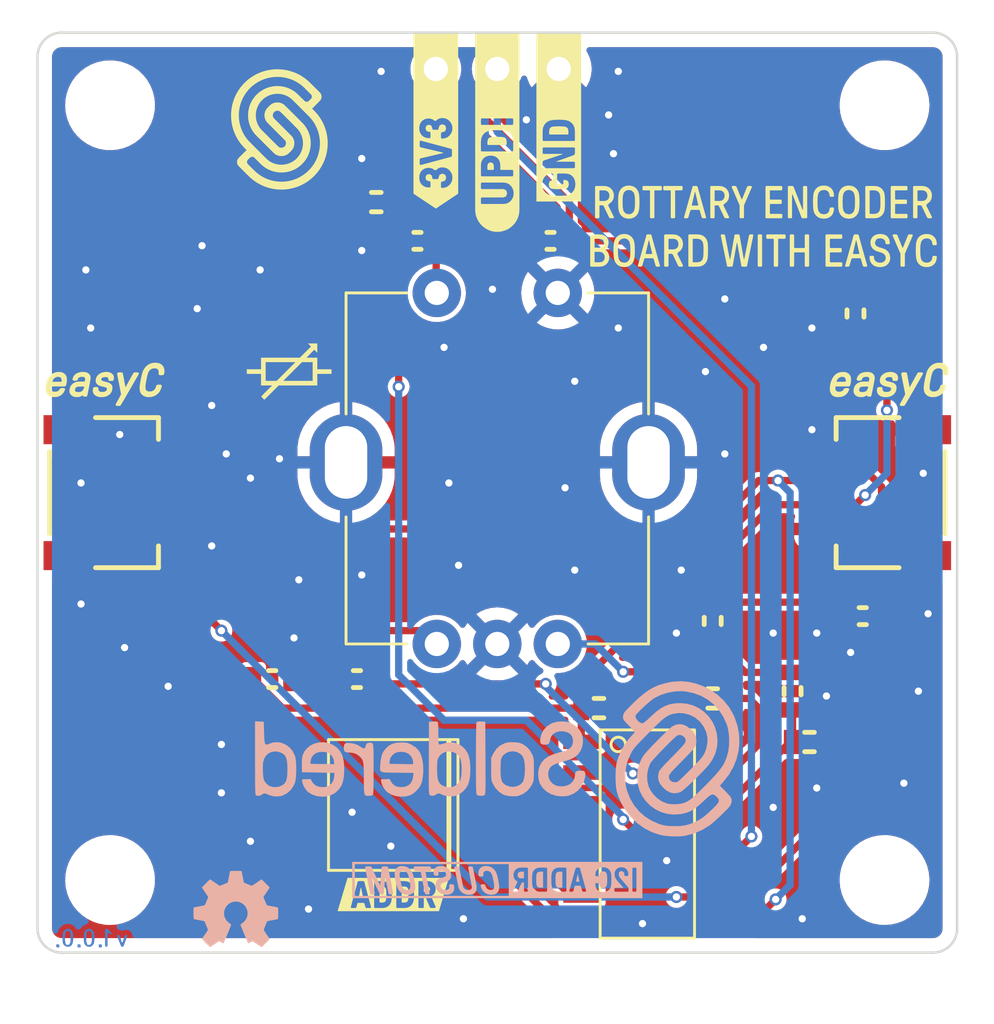
<source format=kicad_pcb>
(kicad_pcb (version 20211014) (generator pcbnew)
  (layers (0 "F.Cu" signal) (31 "B.Cu" signal) (34 "B.Paste" user) (35 "F.Paste" user) (36 "B.SilkS" user "B.Silkscreen") (37 "F.SilkS" user "F.Silkscreen") (38 "B.Mask" user) (39 "F.Mask" user) (44 "Edge.Cuts" user))
  (net 0 "")
  (net 1 "GND")
  (net 2 "A_RC")
  (net 3 "B_RC")
  (net 4 "SW_RC")
  (net 5 "3V3")
  (net 6 "SCL")
  (net 7 "SDA")
  (net 8 "UPDI")
  (net 9 "ADD1")
  (net 10 "ADD2")
  (net 11 "ADD3")
  (net 12 "Net-(R1-Pad1)")
  (net 13 "Net-(R2-Pad1)")
  (net 14 "Net-(R5-Pad1)")
  (footprint "e-radionica.com footprinti:SOIC-14" (layer "F.Cu") (at 173.2 114.1)
    (fp_text reference "U2")
    (fp_text value "ATTINY404-SSNR")
    (pad "1" smd rect (at -2.7 -3.81) (size 1.55 0.6) (layers "F.Cu" "F.Paste" "F.Mask") (net 5 "3V3"))
    (pad "2" smd rect (at -2.7 -2.54) (size 1.55 0.6) (layers "F.Cu" "F.Paste" "F.Mask"))
    (pad "3" smd rect (at -2.7 -1.27) (size 1.55 0.6) (layers "F.Cu" "F.Paste" "F.Mask"))
    (pad "4" smd rect (at -2.7 0) (size 1.55 0.6) (layers "F.Cu" "F.Paste" "F.Mask"))
    (pad "5" smd rect (at -2.7 1.27) (size 1.55 0.6) (layers "F.Cu" "F.Paste" "F.Mask") (net 11 "ADD3"))
    (pad "6" smd rect (at -2.7 2.54) (size 1.55 0.6) (layers "F.Cu" "F.Paste" "F.Mask") (net 10 "ADD2"))
    (pad "7" smd rect (at -2.7 3.81) (size 1.55 0.6) (layers "F.Cu" "F.Paste" "F.Mask") (net 9 "ADD1"))
    (pad "8" smd rect (at 2.7 3.81) (size 1.55 0.6) (layers "F.Cu" "F.Paste" "F.Mask") (net 7 "SDA"))
    (pad "9" smd rect (at 2.7 2.54) (size 1.55 0.6) (layers "F.Cu" "F.Paste" "F.Mask") (net 6 "SCL"))
    (pad "10" smd rect (at 2.7 1.27) (size 1.55 0.6) (layers "F.Cu" "F.Paste" "F.Mask") (net 8 "UPDI"))
    (pad "11" smd rect (at 2.7 0) (size 1.55 0.6) (layers "F.Cu" "F.Paste" "F.Mask") (net 4 "SW_RC"))
    (pad "12" smd rect (at 2.7 -1.27) (size 1.55 0.6) (layers "F.Cu" "F.Paste" "F.Mask") (net 3 "B_RC"))
    (pad "13" smd rect (at 2.7 -2.54) (size 1.55 0.6) (layers "F.Cu" "F.Paste" "F.Mask") (net 2 "A_RC"))
    (pad "14" smd rect (at 2.7 -3.81) (size 1.55 0.6) (layers "F.Cu" "F.Paste" "F.Mask") (net 1 "GND"))
  )
  (footprint "kibuzzard-62A71C63" (layer "F.Cu") (at 178 88)
    (fp_text reference "kibuzzard-62A71C63" hide)
    (fp_text value "G***" hide)
  )
  (footprint "e-radionica.com footprinti:0603C" (layer "F.Cu") (at 171.2 108.9)
    (fp_text reference "C4")
    (fp_text value "100n")
    (pad "1" smd rect locked (at -0.73 0) (size 0.66 1) (layers "F.Cu" "F.Paste" "F.Mask") (net 5 "3V3"))
    (pad "2" smd rect locked (at 0.73 0) (size 0.66 1) (layers "F.Cu" "F.Paste" "F.Mask") (net 1 "GND"))
  )
  (footprint "e-radionica.com footprinti:0603R" (layer "F.Cu") (at 175.9 105.3 90)
    (fp_text reference "R3")
    (fp_text value "10k")
    (pad "1" smd rect locked (at -0.775 0 180) (size 1 0.64) (layers "F.Cu" "F.Paste" "F.Mask") (net 13 "Net-(R2-Pad1)"))
    (pad "2" smd rect locked (at 0.775 0 180) (size 1 0.64) (layers "F.Cu" "F.Paste" "F.Mask") (net 5 "3V3"))
  )
  (footprint "Soldered Graphics:Symbol-Front-Variable-Resistor" (layer "F.Cu") (at 158.4 95)
    (fp_text reference "G***" hide)
    (fp_text value "LOGO" hide)
  )
  (footprint "Soldered Graphics:Logo-Front-Soldered-5mm" (layer "F.Cu") (at 158 85)
    (fp_text reference "G***" hide)
    (fp_text value "LOGO" hide)
  )
  (footprint "e-radionica.com footprinti:easyC-connector" (layer "F.Cu") (at 151.3 100 90)
    (fp_text reference "K3")
    (fp_text value "easyC-SMD")
    (pad "1" smd rect locked (at -1.5 2.15 90) (size 0.6 1.55) (layers "F.Cu" "F.Paste" "F.Mask") (net 6 "SCL"))
    (pad "2" smd rect locked (at -0.5 2.15 90) (size 0.6 1.55) (layers "F.Cu" "F.Paste" "F.Mask") (net 7 "SDA"))
    (pad "3" smd rect locked (at 0.5 2.15 90) (size 0.6 1.55) (layers "F.Cu" "F.Paste" "F.Mask") (net 5 "3V3"))
    (pad "4" smd rect locked (at 1.5 2.15 90) (size 0.6 1.55) (layers "F.Cu" "F.Paste" "F.Mask") (net 1 "GND"))
    (pad "5" smd rect locked (at 2.6 -2.15 90) (size 1.2 1.8) (layers "F.Cu" "F.Paste" "F.Mask") (net 1 "GND"))
    (pad "5" smd rect locked (at -2.6 -2.15 90) (size 1.2 1.8) (layers "F.Cu" "F.Paste" "F.Mask") (net 1 "GND"))
  )
  (footprint "e-radionica.com footprinti:0603R" (layer "F.Cu") (at 163.7 89.6)
    (fp_text reference "R6")
    (fp_text value "10k")
    (pad "1" smd rect locked (at -0.775 0 90) (size 1 0.64) (layers "F.Cu" "F.Paste" "F.Mask") (net 4 "SW_RC"))
    (pad "2" smd rect locked (at 0.775 0 90) (size 1 0.64) (layers "F.Cu" "F.Paste" "F.Mask") (net 14 "Net-(R5-Pad1)"))
  )
  (footprint "e-radionica.com footprinti:0603R" (layer "F.Cu") (at 161.2 107.7)
    (fp_text reference "R1")
    (fp_text value "10k")
    (pad "1" smd rect locked (at -0.775 0 90) (size 1 0.64) (layers "F.Cu" "F.Paste" "F.Mask") (net 12 "Net-(R1-Pad1)"))
    (pad "2" smd rect locked (at 0.775 0 90) (size 1 0.64) (layers "F.Cu" "F.Paste" "F.Mask") (net 2 "A_RC"))
  )
  (footprint "kibuzzard-62A71DCA" (layer "F.Cu") (at 169.54 84.5 90)
    (fp_text reference "kibuzzard-62A71DCA" hide)
    (fp_text value "G***" hide)
  )
  (footprint "kibuzzard-62A71DE8" (layer "F.Cu") (at 167 85.1 90)
    (fp_text reference "kibuzzard-62A71DE8" hide)
    (fp_text value "G***" hide)
  )
  (footprint "e-radionica.com footprinti:DSHP03TS-S" (layer "F.Cu") (at 162.7 112.9 180)
    (fp_text reference "K4")
    (fp_text value "DSHP03TS-S")
    (pad "1" smd rect (at -3.81 -1.27 270) (size 0.76 1.27) (layers "F.Cu" "F.Paste" "F.Mask") (net 9 "ADD1"))
    (pad "2" smd rect (at 3.81 -1.27 270) (size 0.76 1.27) (layers "F.Cu" "F.Paste" "F.Mask") (net 1 "GND"))
    (pad "3" smd rect (at -3.81 0 270) (size 0.76 1.27) (layers "F.Cu" "F.Paste" "F.Mask") (net 10 "ADD2"))
    (pad "4" smd rect (at 3.81 0 270) (size 0.76 1.27) (layers "F.Cu" "F.Paste" "F.Mask") (net 1 "GND"))
    (pad "5" smd rect (at -3.81 1.27 270) (size 0.76 1.27) (layers "F.Cu" "F.Paste" "F.Mask") (net 11 "ADD3"))
    (pad "6" smd rect (at 3.81 1.27 270) (size 0.76 1.27) (layers "F.Cu" "F.Paste" "F.Mask") (net 1 "GND"))
  )
  (footprint "e-radionica.com footprinti:0603C" (layer "F.Cu") (at 179.9 110.3 180)
    (fp_text reference "C2")
    (fp_text value "100n")
    (pad "1" smd rect locked (at -0.73 0 180) (size 0.66 1) (layers "F.Cu" "F.Paste" "F.Mask") (net 1 "GND"))
    (pad "2" smd rect locked (at 0.73 0 180) (size 0.66 1) (layers "F.Cu" "F.Paste" "F.Mask") (net 3 "B_RC"))
  )
  (footprint "Soldered Graphics:Logo-Back-OSH-3.5mm" (layer "F.Cu") (at 156.2 117.2)
    (fp_text reference "G***" hide)
    (fp_text value "LOGO" hide)
  )
  (footprint "e-radionica.com footprinti:easyC-connector" (layer "F.Cu") (at 182.7 100 -90)
    (fp_text reference "K1")
    (fp_text value "easyC-SMD")
    (pad "1" smd rect locked (at -1.5 2.15 270) (size 0.6 1.55) (layers "F.Cu" "F.Paste" "F.Mask") (net 6 "SCL"))
    (pad "2" smd rect locked (at -0.5 2.15 270) (size 0.6 1.55) (layers "F.Cu" "F.Paste" "F.Mask") (net 7 "SDA"))
    (pad "3" smd rect locked (at 0.5 2.15 270) (size 0.6 1.55) (layers "F.Cu" "F.Paste" "F.Mask") (net 5 "3V3"))
    (pad "4" smd rect locked (at 1.5 2.15 270) (size 0.6 1.55) (layers "F.Cu" "F.Paste" "F.Mask") (net 1 "GND"))
    (pad "5" smd rect locked (at -2.6 -2.15 270) (size 1.2 1.8) (layers "F.Cu" "F.Paste" "F.Mask") (net 1 "GND"))
    (pad "5" smd rect locked (at 2.6 -2.15 270) (size 1.2 1.8) (layers "F.Cu" "F.Paste" "F.Mask") (net 1 "GND"))
  )
  (footprint "e-radionica.com footprinti:FIDUCIAL_23" (layer "F.Cu") (at 167.2 97.6)
    (fp_text reference "FD1")
    (fp_text value "FIDUCIAL")
    (fp_circle (center 0 0) (end 1 0) (layer "F.Cu") (width 0.2) (fill none))
    (pad "1" smd circle (at 0 0) (size 1 1) (layers "F.Cu" "F.Paste" "F.Mask") (clearance 1.1))
  )
  (footprint "Soldered Graphics:Logo-Front-easyC-5mm" (layer "F.Cu") (at 183.2 95.5)
    (fp_text reference "G***" hide)
    (fp_text value "LOGO" hide)
  )
  (footprint "e-radionica.com footprinti:ROTARY_ENCODER" (layer "F.Cu") (at 167 100)
    (fp_text reference "U1")
    (fp_text value "ROTARY_ENCODER")
    (pad "1" thru_hole circle (at -2.5 6.25) (size 2 2) (drill 1) (layers *.Cu *.Mask) (net 12 "Net-(R1-Pad1)"))
    (pad "2" thru_hole circle (at 0 6.25) (size 2 2) (drill 1) (layers *.Cu *.Mask) (net 1 "GND"))
    (pad "3" thru_hole circle (at 2.5 6.25) (size 2 2) (drill 1) (layers *.Cu *.Mask) (net 13 "Net-(R2-Pad1)"))
    (pad "4" thru_hole circle (at 2.5 -8.25) (size 2 2) (drill 1) (layers *.Cu *.Mask) (net 1 "GND"))
    (pad "5" thru_hole circle (at -2.5 -8.25) (size 2 2) (drill 1) (layers *.Cu *.Mask) (net 14 "Net-(R5-Pad1)"))
    (pad "6" thru_hole oval (at -6.25 -1.25) (size 3 4) (drill oval 1.75 3) (layers *.Cu *.Mask) (net 1 "GND"))
    (pad "6" thru_hole oval (at 6.25 -1.25) (size 3 4) (drill oval 1.75 3) (layers *.Cu *.Mask) (net 1 "GND"))
  )
  (footprint "e-radionica.com footprinti:0603R" (layer "F.Cu") (at 179.2 108.2 -90)
    (fp_text reference "R2")
    (fp_text value "10k")
    (pad "1" smd rect locked (at -0.775 0) (size 1 0.64) (layers "F.Cu" "F.Paste" "F.Mask") (net 13 "Net-(R2-Pad1)"))
    (pad "2" smd rect locked (at 0.775 0) (size 1 0.64) (layers "F.Cu" "F.Paste" "F.Mask") (net 3 "B_RC"))
  )
  (footprint "e-radionica.com footprinti:0603R" (layer "F.Cu") (at 182.1 105.1 180)
    (fp_text reference "R8")
    (fp_text value "10k")
    (pad "1" smd rect locked (at -0.775 0 270) (size 1 0.64) (layers "F.Cu" "F.Paste" "F.Mask") (net 6 "SCL"))
    (pad "2" smd rect locked (at 0.775 0 270) (size 1 0.64) (layers "F.Cu" "F.Paste" "F.Mask") (net 5 "3V3"))
  )
  (footprint "Soldered Graphics:Logo-Front-easyC-5mm" (layer "F.Cu") (at 150.8 95.5)
    (fp_text reference "G***" hide)
    (fp_text value "LOGO" hide)
  )
  (footprint "kibuzzard-62A71DAC" (layer "F.Cu") (at 162.7 116.6)
    (fp_text reference "kibuzzard-62A71DAC" hide)
    (fp_text value "G***" hide)
  )
  (footprint "kibuzzard-62A71E2F" (layer "F.Cu") (at 164.46 84.61 90)
    (fp_text reference "kibuzzard-62A71E2F" hide)
    (fp_text value "G***" hide)
  )
  (footprint "kibuzzard-62A71C76" (layer "F.Cu") (at 178 90)
    (fp_text reference "kibuzzard-62A71C76" hide)
    (fp_text value "G***" hide)
  )
  (footprint "e-radionica.com footprinti:0603R" (layer "F.Cu") (at 157.7 107.7 180)
    (fp_text reference "R4")
    (fp_text value "10k")
    (pad "1" smd rect locked (at -0.775 0 270) (size 1 0.64) (layers "F.Cu" "F.Paste" "F.Mask") (net 12 "Net-(R1-Pad1)"))
    (pad "2" smd rect locked (at 0.775 0 270) (size 1 0.64) (layers "F.Cu" "F.Paste" "F.Mask") (net 5 "3V3"))
  )
  (footprint "Soldered Graphics:Logo-Back-SolderedFULL-20mm" (layer "F.Cu") (at 167 111)
    (fp_text reference "REF**" hide)
    (fp_text value "Logo-Front-SolderedFULL-20mm" hide)
  )
  (footprint "e-radionica.com footprinti:0603C" (layer "F.Cu") (at 175.9 108.5)
    (fp_text reference "C1")
    (fp_text value "100n")
    (pad "1" smd rect locked (at -0.73 0) (size 0.66 1) (layers "F.Cu" "F.Paste" "F.Mask") (net 1 "GND"))
    (pad "2" smd rect locked (at 0.73 0) (size 0.66 1) (layers "F.Cu" "F.Paste" "F.Mask") (net 2 "A_RC"))
  )
  (footprint "e-radionica.com footprinti:0603R" (layer "F.Cu") (at 181.8 92.6 90)
    (fp_text reference "R7")
    (fp_text value "10k")
    (pad "1" smd rect locked (at -0.775 0 180) (size 1 0.64) (layers "F.Cu" "F.Paste" "F.Mask") (net 7 "SDA"))
    (pad "2" smd rect locked (at 0.775 0 180) (size 1 0.64) (layers "F.Cu" "F.Paste" "F.Mask") (net 5 "3V3"))
  )
  (footprint "e-radionica.com footprinti:0603R" (layer "F.Cu") (at 169.2 89.6)
    (fp_text reference "R5")
    (fp_text value "10k")
    (pad "1" smd rect locked (at -0.775 0 90) (size 1 0.64) (layers "F.Cu" "F.Paste" "F.Mask") (net 14 "Net-(R5-Pad1)"))
    (pad "2" smd rect locked (at 0.775 0 90) (size 1 0.64) (layers "F.Cu" "F.Paste" "F.Mask") (net 5 "3V3"))
  )
  (footprint "e-radionica.com footprinti:HOLE_3.2mm" (layer "F.Cu") (at 151 84)
    (fp_text reference "H3" hide)
    (fp_text value "HOLE_3.2mm" hide)
    (pad "" np_thru_hole circle locked (at 0 0) (size 3.2 3.2) (drill 3.2) (layers F&B.Cu *.Mask))
  )
  (footprint "e-radionica.com footprinti:HOLE_3.2mm" (layer "F.Cu") (at 151 116)
    (fp_text reference "H4" hide)
    (fp_text value "HOLE_3.2mm" hide)
    (pad "" np_thru_hole circle locked (at 0 0) (size 3.2 3.2) (drill 3.2) (layers F&B.Cu *.Mask))
  )
  (footprint "e-radionica.com footprinti:HOLE_3.2mm" (layer "F.Cu") (at 183 84)
    (fp_text reference "H2" hide)
    (fp_text value "HOLE_3.2mm" hide)
    (pad "" np_thru_hole circle locked (at 0 0) (size 3.2 3.2) (drill 3.2) (layers F&B.Cu *.Mask))
  )
  (footprint "e-radionica.com footprinti:0603C" (layer "F.Cu") (at 162 88)
    (fp_text reference "C3")
    (fp_text value "100n")
    (pad "1" smd rect locked (at -0.73 0) (size 0.66 1) (layers "F.Cu" "F.Paste" "F.Mask") (net 1 "GND"))
    (pad "2" smd rect locked (at 0.73 0) (size 0.66 1) (layers "F.Cu" "F.Paste" "F.Mask") (net 4 "SW_RC"))
  )
  (footprint "e-radionica.com footprinti:HOLE_3.2mm" (layer "F.Cu") (at 183 116)
    (fp_text reference "H1" hide)
    (fp_text value "HOLE_3.2mm" hide)
    (pad "" np_thru_hole circle locked (at 0 0) (size 3.2 3.2) (drill 3.2) (layers F&B.Cu *.Mask))
  )
  (footprint "e-radionica.com footprinti:HEADER-UPDI" (layer "F.Cu") (at 167 82.5)
    (fp_text reference "K2")
    (fp_text value "HEADER-UPDI")
    (pad "1" thru_hole circle locked (at -2.54 0) (size 1.7 1.7) (drill 1) (layers *.Cu *.Mask) (net 5 "3V3"))
    (pad "2" thru_hole circle locked (at 0 0) (size 1.7 1.7) (drill 1) (layers *.Cu *.Mask) (net 8 "UPDI"))
    (pad "3" thru_hole circle locked (at 2.54 0) (size 1.7 1.7) (drill 1) (layers *.Cu *.Mask) (net 1 "GND"))
  )
  (footprint "Soldered Graphics:Version1.0.0." (layer "B.Cu") (at 150.2 118.4 180)
    (fp_text reference "Ref**" hide)
    (fp_text value "Val**" hide)
    (fp_poly (pts (xy 0.93 -0.35) (xy 0.99 -0.35) (xy 1.04 -0.33) (xy 1.01 -0.28) (xy 0.91 -0.28) (xy 0.87 -0.25) (xy 0.85 -0.2) (xy 0.83 -0.15) (xy 0.83 -0.11) (xy 0.82 0.01) (xy 0.83 0.13) (xy 0.83 0.17) (xy 0.84 0.22) (xy 0.87 0.27) (xy 0.9 0.3) (xy 1.01 0.3) (xy 1.04 0.26) (xy 1.05 0.21) (xy 1.06 0.15) (xy 1.07 0.05) (xy 1.07 -0.08) (xy 1.06 -0.12) (xy 1.06 -0.17) (xy 1.04 -0.22) (xy 1.02 -0.27) (xy 1.01 -0.28) (xy 1.05 -0.32) (xy 1.09 -0.29) (xy 1.12 -0.26) (xy 1.14 -0.22) (xy 1.15 -0.16) (xy 1.16 -0.11) (xy 1.16 -0.06) (xy 1.16 0.06) (xy 1.16 0.12) (xy 1.15 0.17) (xy 1.14 0.22) (xy 1.13 0.27) (xy 1.1 0.3) (xy 1.06 0.34) (xy 1.01 0.37) (xy 0.95 0.38) (xy 0.9 0.38) (xy 0.84 0.35) (xy 0.8 0.31) (xy 0.78 0.28) (xy 0.75 0.23) (xy 0.74 0.18) (xy 0.74 0.13) (xy 0.73 0.08) (xy 0.73 -0.04) (xy 0.73 -0.1) (xy 0.74 -0.14) (xy 0.75 -0.2) (xy 0.77 -0.25) (xy 0.79 -0.28) (xy 0.83 -0.32) (xy 0.89 -0.35) (xy 0.93 -0.35)) (layer "B.Cu") (width 0.01) (fill solid))
    (fp_poly (pts (xy 1.31 -0.38) (xy 1.36 -0.38) (xy 1.41 -0.37) (xy 1.42 -0.33) (xy 1.42 -0.27) (xy 1.38 -0.26) (xy 1.33 -0.26) (xy 1.3 -0.29) (xy 1.3 -0.34) (xy 1.31 -0.38)) (layer "B.Cu") (width 0.01) (fill solid))
    (fp_poly (pts (xy -0.67 -0.35) (xy -0.62 -0.35) (xy -0.6 -0.31) (xy -0.6 0.35) (xy -0.64 0.38) (xy -0.69 0.38) (xy -0.73 0.34) (xy -0.84 0.22) (xy -0.86 0.17) (xy -0.83 0.16) (xy -0.73 0.22) (xy -0.69 0.23) (xy -0.69 -0.31) (xy -0.67 -0.35)) (layer "B.Cu") (width 0.01) (fill solid))
    (fp_poly (pts (xy 0.06 -0.35) (xy 0.11 -0.35) (xy 0.17 -0.33) (xy 0.13 -0.28) (xy 0.03 -0.28) (xy -0.01 -0.25) (xy -0.03 -0.2) (xy -0.05 -0.15) (xy -0.05 -0.11) (xy -0.05 0.01) (xy -0.05 0.13) (xy -0.05 0.17) (xy -0.03 0.22) (xy -0.01 0.27) (xy 0.02 0.3) (xy 0.13 0.3) (xy 0.16 0.26) (xy 0.18 0.21) (xy 0.18 0.15) (xy 0.19 0.05) (xy 0.19 -0.08) (xy 0.19 -0.12) (xy 0.18 -0.17) (xy 0.16 -0.22) (xy 0.14 -0.27) (xy 0.14 -0.28) (xy 0.17 -0.32) (xy 0.21 -0.29) (xy 0.24 -0.26) (xy 0.26 -0.22) (xy 0.27 -0.16) (xy 0.28 -0.11) (xy 0.28 -0.06) (xy 0.28 0.06) (xy 0.28 0.12) (xy 0.27 0.17) (xy 0.26 0.22) (xy 0.25 0.27) (xy 0.22 0.3) (xy 0.19 0.34) (xy 0.13 0.37) (xy 0.08 0.38) (xy 0.02 0.38) (xy -0.03 0.35) (xy -0.08 0.31) (xy -0.1 0.28) (xy -0.12 0.23) (xy -0.14 0.18) (xy -0.14 0.13) (xy -0.15 0.08) (xy -0.15 -0.04) (xy -0.14 -0.1) (xy -0.14 -0.14) (xy -0.13 -0.2) (xy -0.11 -0.25) (xy -0.08 -0.28) (xy -0.05 -0.32) (xy 0.01 -0.35) (xy 0.06 -0.35)) (layer "B.Cu") (width 0.01) (fill solid))
    (fp_poly (pts (xy -1.33 -0.35) (xy -1.27 -0.35) (xy -1.25 -0.31) (xy -1.09 0.1) (xy -1.11 0.13) (xy -1.16 0.13) (xy -1.19 0.1) (xy -1.28 -0.16) (xy -1.3 -0.21) (xy -1.32 -0.17) (xy -1.41 0.09) (xy -1.44 0.13) (xy -1.49 0.13) (xy -1.51 0.1) (xy -1.36 -0.31) (xy -1.33 -0.35)) (layer "B.Cu") (width 0.01) (fill solid))
    (fp_poly (pts (xy 0.43 -0.38) (xy 0.48 -0.38) (xy 0.54 -0.37) (xy 0.54 -0.33) (xy 0.54 -0.27) (xy 0.5 -0.26) (xy 0.45 -0.26) (xy 0.42 -0.29) (xy 0.42 -0.34) (xy 0.43 -0.38)) (layer "B.Cu") (width 0.01) (fill solid))
    (fp_poly (pts (xy -0.44 -0.38) (xy -0.39 -0.38) (xy -0.34 -0.37) (xy -0.34 -0.33) (xy -0.34 -0.27) (xy -0.38 -0.26) (xy -0.43 -0.26) (xy -0.46 -0.29) (xy -0.46 -0.34) (xy -0.44 -0.38)) (layer "B.Cu") (width 0.01) (fill solid))
  )
  (footprint "Soldered Graphics:Symbol-Front_I2C_ADDR_CUSTOM" (layer "B.Cu") (at 167 116 180)
    (fp_text reference "REF**" hide)
    (fp_text value "Symbol-Front_I2C_ADDR_CUSTOM" hide)
  )
  (gr_arc (start 186 118) (mid 185.707107 118.707107) (end 185 119) (layer "Edge.Cuts") (width 0.1))
  (gr_line (start 148 118) (end 148 82) (layer "Edge.Cuts") (width 0.1))
  (gr_arc (start 185 81) (mid 185.707107 81.292893) (end 186 82) (layer "Edge.Cuts") (width 0.1))
  (gr_line (start 185 119) (end 149 119) (layer "Edge.Cuts") (width 0.1))
  (gr_arc (start 148 82) (mid 148.292893 81.292893) (end 149 81) (layer "Edge.Cuts") (width 0.1))
  (gr_line (start 149 81) (end 185 81) (layer "Edge.Cuts") (width 0.1))
  (gr_line (start 186 82) (end 186 118) (layer "Edge.Cuts") (width 0.1))
  (gr_arc (start 149 119) (mid 148.292893 118.707107) (end 148 118) (layer "Edge.Cuts") (width 0.1))
  (via (at 157.2 90.8) (size 0.5) (drill 0.3) (layers "F.Cu" "B.Cu") (net 1))
  (via (at 151.6 106.4) (size 0.5) (drill 0.3) (layers "F.Cu" "B.Cu") (net 1))
  (via (at 162.2 82.6) (size 0.5) (drill 0.3) (layers "F.Cu" "B.Cu") (net 1))
  (via (at 154.6 92.4) (size 0.5) (drill 0.3) (layers "F.Cu" "B.Cu") (net 1))
  (via (at 165.4 103) (size 0.5) (drill 0.3) (layers "F.Cu" "B.Cu") (net 1))
  (via (at 156.8 99.4) (size 0.5) (drill 0.3) (layers "F.Cu" "B.Cu") (net 1))
  (via (at 181.6 106.6) (size 0.5) (drill 0.3) (layers "F.Cu" "B.Cu") (net 1))
  (via (at 158.6 106) (size 0.5) (drill 0.3) (layers "F.Cu" "B.Cu") (net 1))
  (via (at 180.2 112.2) (size 0.5) (drill 0.3) (layers "F.Cu" "B.Cu") (net 1))
  (via (at 176.4 92) (size 0.5) (drill 0.3) (layers "F.Cu" "B.Cu") (net 1))
  (via (at 149.8 99.6) (size 0.5) (drill 0.3) (layers "F.Cu" "B.Cu") (net 1))
  (via (at 174.6 103.2) (size 0.5) (drill 0.3) (layers "F.Cu" "B.Cu") (net 1))
  (via (at 169.8 99.8) (size 0.5) (drill 0.3) (layers "F.Cu" "B.Cu") (net 1))
  (via (at 162.6 114.6) (size 0.5) (drill 0.3) (layers "F.Cu" "B.Cu") (net 1))
  (via (at 155.6 112.4) (size 0.5) (drill 0.3) (layers "F.Cu" "B.Cu") (net 1))
  (via (at 155.2 102.2) (size 0.5) (drill 0.3) (layers "F.Cu" "B.Cu") (net 1))
  (via (at 175.6 95) (size 0.5) (drill 0.3) (layers "F.Cu" "B.Cu") (net 1))
  (via (at 161.4 86.2) (size 0.5) (drill 0.3) (layers "F.Cu" "B.Cu") (net 1))
  (via (at 161.4 90) (size 0.5) (drill 0.3) (layers "F.Cu" "B.Cu") (net 1))
  (via (at 178 94) (size 0.5) (drill 0.3) (layers "F.Cu" "B.Cu") (net 1))
  (via (at 170.2 103.2) (size 0.5) (drill 0.3) (layers "F.Cu" "B.Cu") (net 1))
  (via (at 158.8 103.6) (size 0.5) (drill 0.3) (layers "F.Cu" "B.Cu") (net 1))
  (via (at 153.4 108) (size 0.5) (drill 0.3) (layers "F.Cu" "B.Cu") (net 1))
  (via (at 184.6 99.2) (size 0.5) (drill 0.3) (layers "F.Cu" "B.Cu") (net 1))
  (via (at 155.6 110.4) (size 0.5) (drill 0.3) (layers "F.Cu" "B.Cu") (net 1))
  (via (at 159.2 117.2) (size 0.5) (drill 0.3) (layers "F.Cu" "B.Cu") (net 1))
  (via (at 149.8 104.6) (size 0.5) (drill 0.3) (layers "F.Cu" "B.Cu") (net 1))
  (via (at 174.4 105.8) (size 0.5) (drill 0.3) (layers "F.Cu" "B.Cu") (net 1))
  (via (at 150 90.8) (size 0.5) (drill 0.3) (layers "F.Cu" "B.Cu") (net 1))
  (via (at 155.2 96.4) (size 0.5) (drill 0.3) (layers "F.Cu" "B.Cu") (net 1))
  (via (at 172 93.2) (size 0.5) (drill 0.3) (layers "F.Cu" "B.Cu") (net 1))
  (via (at 150.2 93.2) (size 0.5) (drill 0.3) (layers "F.Cu" "B.Cu") (net 1))
  (via (at 173 117.8) (size 0.5) (drill 0.3) (layers "F.Cu" "B.Cu") (net 1))
  (via (at 179.6 117.6) (size 0.5) (drill 0.3) (layers "F.Cu" "B.Cu") (net 1))
  (via (at 180.2 105.8) (size 0.5) (drill 0.3) (layers "F.Cu" "B.Cu") (net 1))
  (via (at 156.8 114.4) (size 0.5) (drill 0.3) (layers "F.Cu" "B.Cu") (net 1))
  (via (at 180 93.2) (size 0.5) (drill 0.3) (layers "F.Cu" "B.Cu") (net 1))
  (via (at 180.6 108.4) (size 0.5) (drill 0.3) (layers "F.Cu" "B.Cu") (net 1))
  (via (at 171.6 84.4) (size 0.5) (drill 0.3) (layers "F.Cu" "B.Cu") (net 1))
  (via (at 170.2 95.4) (size 0.5) (drill 0.3) (layers "F.Cu" "B.Cu") (net 1))
  (via (at 176.4 98.4) (size 0.5) (drill 0.3) (layers "F.Cu" "B.Cu") (net 1))
  (via (at 165 99.6) (size 0.5) (drill 0.3) (layers "F.Cu" "B.Cu") (net 1))
  (via (at 178.4 105.8) (size 0.5) (drill 0.3) (layers "F.Cu" "B.Cu") (net 1))
  (via (at 171.8 86) (size 0.5) (drill 0.3) (layers "F.Cu" "B.Cu") (net 1))
  (via (at 158 98.6) (size 0.5) (drill 0.3) (layers "F.Cu" "B.Cu") (net 1))
  (via (at 174 115.2) (size 0.5) (drill 0.3) (layers "F.Cu" "B.Cu") (net 1))
  (via (at 151.4 97.6) (size 0.5) (drill 0.3) (layers "F.Cu" "B.Cu") (net 1))
  (via (at 164.8 94) (size 0.5) (drill 0.3) (layers "F.Cu" "B.Cu") (net 1))
  (via (at 178.4 113) (size 0.5) (drill 0.3) (layers "F.Cu" "B.Cu") (net 1))
  (via (at 184.4 108.2) (size 0.5) (drill 0.3) (layers "F.Cu" "B.Cu") (net 1))
  (via (at 155.8 98.4) (size 0.5) (drill 0.3) (layers "F.Cu" "B.Cu") (net 1))
  (via (at 165.6 117.6) (size 0.5) (drill 0.3) (layers "F.Cu" "B.Cu") (net 1))
  (via (at 154.8 89.8) (size 0.5) (drill 0.3) (layers "F.Cu" "B.Cu") (net 1))
  (via (at 172 82.6) (size 0.5) (drill 0.3) (layers "F.Cu" "B.Cu") (net 1))
  (via (at 168.2 84.6) (size 0.5) (drill 0.3) (layers "F.Cu" "B.Cu") (net 1))
  (via (at 161 113.2) (size 0.5) (drill 0.3) (layers "F.Cu" "B.Cu") (net 1))
  (via (at 166.8 91.6) (size 0.5) (drill 0.3) (layers "F.Cu" "B.Cu") (net 1))
  (via (at 184.8 105) (size 0.5) (drill 0.3) (layers "F.Cu" "B.Cu") (net 1))
  (via (at 180 97.4) (size 0.5) (drill 0.3) (layers "F.Cu" "B.Cu") (net 1))
  (via (at 183.8 112) (size 0.5) (drill 0.3) (layers "F.Cu" "B.Cu") (net 1))
  (via (at 161.4 103.4) (size 0.5) (drill 0.3) (layers "F.Cu" "B.Cu") (net 1))
  (segment (start 169 107.9) (end 162.175 107.9) (width 0.3) (layer "F.Cu") (net 2))
  (segment (start 172.64 111.56) (end 175.9 111.56) (width 0.3) (layer "F.Cu") (net 2))
  (segment (start 176.64 111.56) (end 177.8 110.4) (width 0.3) (layer "F.Cu") (net 2))
  (segment (start 177.4 108.5) (end 176.63 108.5) (width 0.3) (layer "F.Cu") (net 2))
  (segment (start 172.6 111.6) (end 172.64 111.56) (width 0.3) (layer "F.Cu") (net 2))
  (segment (start 177.8 108.9) (end 177.4 108.5) (width 0.3) (layer "F.Cu") (net 2))
  (segment (start 175.9 111.56) (end 176.64 111.56) (width 0.3) (layer "F.Cu") (net 2))
  (segment (start 162.175 107.9) (end 161.975 107.7) (width 0.3) (layer "F.Cu") (net 2))
  (segment (start 177.8 110.4) (end 177.8 108.9) (width 0.3) (layer "F.Cu") (net 2))
  (via (at 169 107.9) (size 0.5) (drill 0.3) (layers "F.Cu" "B.Cu") (net 2))
  (via (at 172.6 111.6) (size 0.5) (drill 0.3) (layers "F.Cu" "B.Cu") (net 2))
  (segment (start 172.6 111.6) (end 169 108) (width 0.3) (layer "B.Cu") (net 2))
  (segment (start 169 108) (end 169 107.9) (width 0.3) (layer "B.Cu") (net 2))
  (segment (start 179.2 108.975) (end 179.2 110.27) (width 0.3) (layer "F.Cu") (net 3))
  (segment (start 176.57 112.83) (end 179.13 110.27) (width 0.3) (layer "F.Cu") (net 3))
  (segment (start 179.13 110.27) (end 179.2 110.27) (width 0.3) (layer "F.Cu") (net 3))
  (segment (start 175.9 112.83) (end 176.57 112.83) (width 0.3) (layer "F.Cu") (net 3))
  (segment (start 162.925 89.6) (end 162.925 95.625) (width 0.3) (layer "F.Cu") (net 4))
  (segment (start 172.8 114.1) (end 175.9 114.1) (width 0.3) (layer "F.Cu") (net 4))
  (segment (start 162.87 89.545) (end 162.925 89.6) (width 0.3) (layer "F.Cu") (net 4))
  (segment (start 172.2 113.5) (end 172.8 114.1) (width 0.3) (layer "F.Cu") (net 4))
  (segment (start 162.87 88) (end 162.87 89.545) (width 0.3) (layer "F.Cu") (net 4))
  (via (at 162.925 95.625) (size 0.5) (drill 0.3) (layers "F.Cu" "B.Cu") (net 4))
  (via (at 172.2 113.5) (size 0.5) (drill 0.3) (layers "F.Cu" "B.Cu") (net 4))
  (segment (start 172.2 113.4) (end 168.2 109.4) (width 0.3) (layer "B.Cu") (net 4))
  (segment (start 162.925 107.525) (end 162.925 95.625) (width 0.3) (layer "B.Cu") (net 4))
  (segment (start 164.8 109.4) (end 162.925 107.525) (width 0.3) (layer "B.Cu") (net 4))
  (segment (start 168.2 109.4) (end 164.8 109.4) (width 0.3) (layer "B.Cu") (net 4))
  (segment (start 172.2 113.5) (end 172.2 113.4) (width 0.3) (layer "B.Cu") (net 4))
  (segment (start 175.9 104.525) (end 180.75 104.525) (width 0.3) (layer "F.Cu") (net 5))
  (segment (start 170.47 108.9) (end 170.47 107.83) (width 0.3) (layer "F.Cu") (net 5))
  (segment (start 170.47 110.26) (end 170.5 110.29) (width 0.3) (layer "F.Cu") (net 5))
  (segment (start 180.75 104.525) (end 181.325 105.1) (width 0.3) (layer "F.Cu") (net 5))
  (segment (start 170.47 107.83) (end 173.775 104.525) (width 0.3) (layer "F.Cu") (net 5))
  (segment (start 169.975 89.6) (end 179.8 89.6) (width 0.3) (layer "F.Cu") (net 5))
  (segment (start 156.925 107.7) (end 155.7 107.7) (width 0.3) (layer "F.Cu") (net 5))
  (segment (start 180.55 100.5) (end 181.8 100.5) (width 0.3) (layer "F.Cu") (net 5))
  (segment (start 181.8 100.5) (end 182.2 100.1) (width 0.3) (layer "F.Cu") (net 5))
  (segment (start 170.47 108.9) (end 170.47 110.26) (width 0.3) (layer "F.Cu") (net 5))
  (segment (start 183.1 92.9) (end 183.1 96.6) (width 0.3) (layer "F.Cu") (net 5))
  (segment (start 169.975 89.6) (end 169.975 88.015) (width 0.3) (layer "F.Cu") (net 5))
  (segment (start 169.975 88.015) (end 164.46 82.5) (width 0.3) (layer "F.Cu") (net 5))
  (segment (start 173.775 104.525) (end 175.9 104.525) (width 0.3) (layer "F.Cu") (net 5))
  (segment (start 158.125 108.9) (end 156.925 107.7) (width 0.3) (layer "F.Cu") (net 5))
  (segment (start 175.9 103) (end 178.4 100.5) (width 0.3) (layer "F.Cu") (net 5))
  (segment (start 178.4 100.5) (end 180.55 100.5) (width 0.3) (layer "F.Cu") (net 5))
  (segment (start 151.2 103.2) (end 151.2 99.9) (width 0.3) (layer "F.Cu") (net 5))
  (segment (start 179.8 89.6) (end 183.1 92.9) (width 0.3) (layer "F.Cu") (net 5))
  (segment (start 151.2 99.9) (end 151.6 99.5) (width 0.3) (layer "F.Cu") (net 5))
  (segment (start 155.7 107.7) (end 151.2 103.2) (width 0.3) (layer "F.Cu") (net 5))
  (segment (start 170.47 108.9) (end 158.125 108.9) (width 0.3) (layer "F.Cu") (net 5))
  (segment (start 151.6 99.5) (end 153.45 99.5) (width 0.3) (layer "F.Cu") (net 5))
  (segment (start 175.9 104.525) (end 175.9 103) (width 0.3) (layer "F.Cu") (net 5))
  (via (at 183.1 96.6) (size 0.5) (drill 0.3) (layers "F.Cu" "B.Cu") (net 5))
  (via (at 182.2 100.1) (size 0.5) (drill 0.3) (layers "F.Cu" "B.Cu") (net 5))
  (segment (start 183.1 99.2) (end 182.2 100.1) (width 0.3) (layer "B.Cu") (net 5))
  (segment (start 183.1 96.6) (end 183.1 99.2) (width 0.3) (layer "B.Cu") (net 5))
  (segment (start 153.45 103.55) (end 155.6 105.7) (width 0.3) (layer "F.Cu") (net 6))
  (segment (start 182.875 111.125) (end 182.875 105.1) (width 0.3) (layer "F.Cu") (net 6))
  (segment (start 174.4 116.7) (end 175.84 116.7) (width 0.3) (layer "F.Cu") (net 6))
  (segment (start 181.625 98.5) (end 180.55 98.5) (width 0.3) (layer "F.Cu") (net 6))
  (segment (start 175.84 116.7) (end 175.9 116.64) (width 0.3) (layer "F.Cu") (net 6))
  (segment (start 153.45 101.5) (end 153.45 103.55) (width 0.3) (layer "F.Cu") (net 6))
  (segment (start 182.875 105.1) (end 182.875 99.75) (width 0.3) (layer "F.Cu") (net 6))
  (segment (start 182.875 99.75) (end 181.625 98.5) (width 0.3) (layer "F.Cu") (net 6))
  (segment (start 175.9 116.64) (end 177.36 116.64) (width 0.3) (layer "F.Cu") (net 6))
  (segment (start 177.36 116.64) (end 182.875 111.125) (width 0.3) (layer "F.Cu") (net 6))
  (via (at 174.4 116.7) (size 0.5) (drill 0.3) (layers "F.Cu" "B.Cu") (net 6))
  (via (at 155.6 105.7) (size 0.5) (drill 0.3) (layers "F.Cu" "B.Cu") (net 6))
  (segment (start 155.6 105.7) (end 166.6 116.7) (width 0.3) (layer "B.Cu") (net 6))
  (segment (start 166.6 116.7) (end 174.4 116.7) (width 0.3) (layer "B.Cu") (net 6))
  (segment (start 175.8 101.5) (end 159 101.5) (width 0.3) (layer "F.Cu") (net 7))
  (segment (start 175.9 117.91) (end 177.39 117.91) (width 0.3) (layer "F.Cu") (net 7))
  (segment (start 178.6 96.9) (end 178.6 98.324022) (width 0.3) (layer "F.Cu") (net 7))
  (segment (start 158 100.5) (end 153.45 100.5) (width 0.3) (layer "F.Cu") (net 7))
  (segment (start 178.6 99.5) (end 177.8 99.5) (width 0.3) (layer "F.Cu") (net 7))
  (segment (start 177.39 117.91) (end 178.5 116.8) (width 0.3) (layer "F.Cu") (net 7))
  (segment (start 159 101.5) (end 158 100.5) (width 0.3) (layer "F.Cu") (net 7))
  (segment (start 177.8 99.5) (end 175.8 101.5) (width 0.3) (layer "F.Cu") (net 7))
  (segment (start 181.8 93.375) (end 181.8 93.7) (width 0.3) (layer "F.Cu") (net 7))
  (segment (start 180.55 99.5) (end 178.6 99.5) (width 0.3) (layer "F.Cu") (net 7))
  (segment (start 178.6 98.324022) (end 179.775978 99.5) (width 0.3) (layer "F.Cu") (net 7))
  (segment (start 179.775978 99.5) (end 180.55 99.5) (width 0.3) (layer "F.Cu") (net 7))
  (segment (start 181.8 93.7) (end 178.6 96.9) (width 0.3) (layer "F.Cu") (net 7))
  (via (at 178.5 116.8) (size 0.5) (drill 0.3) (layers "F.Cu" "B.Cu") (net 7))
  (via (at 178.6 99.5) (size 0.5) (drill 0.3) (layers "F.Cu" "B.Cu") (net 7))
  (segment (start 179.1 116.2) (end 179.1 100) (width 0.3) (layer "B.Cu") (net 7))
  (segment (start 178.5 116.8) (end 179.1 116.2) (width 0.3) (layer "B.Cu") (net 7))
  (segment (start 179.1 100) (end 178.6 99.5) (width 0.3) (layer "B.Cu") (net 7))
  (segment (start 177.5 114.2) (end 176.33 115.37) (width 0.3) (layer "F.Cu") (net 8))
  (segment (start 176.33 115.37) (end 175.9 115.37) (width 0.3) (layer "F.Cu") (net 8))
  (via (at 177.5 114.2) (size 0.5) (drill 0.3) (layers "F.Cu" "B.Cu") (net 8))
  (segment (start 167 85.1) (end 167 82.5) (width 0.3) (layer "B.Cu") (net 8))
  (segment (start 177.5 95.6) (end 167 85.1) (width 0.3) (layer "B.Cu") (net 8))
  (segment (start 177.5 114.2) (end 177.5 95.6) (width 0.3) (layer "B.Cu") (net 8))
  (segment (start 169.57 117.91) (end 170.5 117.91) (width 0.3) (layer "F.Cu") (net 9))
  (segment (start 166.51 114.85) (end 169.57 117.91) (width 0.3) (layer "F.Cu") (net 9))
  (segment (start 166.51 114.17) (end 166.51 114.85) (width 0.3) (layer "F.Cu") (net 9))
  (segment (start 170.5 116.64) (end 170.025 116.64) (width 0.3) (layer "F.Cu") (net 10))
  (segment (start 168.1 114.715) (end 168.1 114.045978) (width 0.3) (layer "F.Cu") (net 10))
  (segment (start 166.954022 112.9) (end 166.51 112.9) (width 0.3) (layer "F.Cu") (net 10))
  (segment (start 168.1 114.045978) (end 166.954022 112.9) (width 0.3) (layer "F.Cu") (net 10))
  (segment (start 170.025 116.64) (end 168.1 114.715) (width 0.3) (layer "F.Cu") (net 10))
  (segment (start 169.97 115.37) (end 168.9 114.3) (width 0.3) (layer "F.Cu") (net 11))
  (segment (start 168.9 114.3) (end 168.9 113.4) (width 0.3) (layer "F.Cu") (net 11))
  (segment (start 168.9 113.4) (end 167.13 111.63) (width 0.3) (layer "F.Cu") (net 11))
  (segment (start 167.13 111.63) (end 166.51 111.63) (width 0.3) (layer "F.Cu") (net 11))
  (segment (start 170.5 115.37) (end 169.97 115.37) (width 0.3) (layer "F.Cu") (net 11))
  (segment (start 160.425 107.7) (end 160.425 106.475) (width 0.3) (layer "F.Cu") (net 12))
  (segment (start 161.2 105.7) (end 163.95 105.7) (width 0.3) (layer "F.Cu") (net 12))
  (segment (start 158.475 107.7) (end 160.425 107.7) (width 0.3) (layer "F.Cu") (net 12))
  (segment (start 163.95 105.7) (end 164.5 106.25) (width 0.3) (layer "F.Cu") (net 12))
  (segment (start 160.425 106.475) (end 161.2 105.7) (width 0.3) (layer "F.Cu") (net 12))
  (segment (start 174.575 107.4) (end 175.9 106.075) (width 0.3) (layer "F.Cu") (net 13))
  (segment (start 172.2 107.4) (end 174.575 107.4) (width 0.3) (layer "F.Cu") (net 13))
  (segment (start 179.2 107.425) (end 177.25 107.425) (width 0.3) (layer "F.Cu") (net 13))
  (segment (start 177.25 107.425) (end 175.9 106.075) (width 0.3) (layer "F.Cu") (net 13))
  (via (at 172.2 107.4) (size 0.5) (drill 0.3) (layers "F.Cu" "B.Cu") (net 13))
  (segment (start 172.2 107.4) (end 171.05 106.25) (width 0.3) (layer "B.Cu") (net 13))
  (segment (start 171.05 106.25) (end 169.5 106.25) (width 0.3) (layer "B.Cu") (net 13))
  (segment (start 164.475 89.6) (end 164.475 91.725) (width 0.3) (layer "F.Cu") (net 14))
  (segment (start 164.475 91.725) (end 164.5 91.75) (width 0.3) (layer "F.Cu") (net 14))
  (segment (start 164.475 89.6) (end 168.425 89.6) (width 0.3) (layer "F.Cu") (net 14))
  (zone (net 1) (net_name "GND") (layers F&B.Cu) (connect_pads (clearance 0.2)) (min_thickness 0.254) (fill yes (thermal_gap 0.508) (thermal_bridge_width 0.508))
    (polygon (pts (xy 186 119) (xy 148 119) (xy 148 81) (xy 186 81)))
  )
)
</source>
